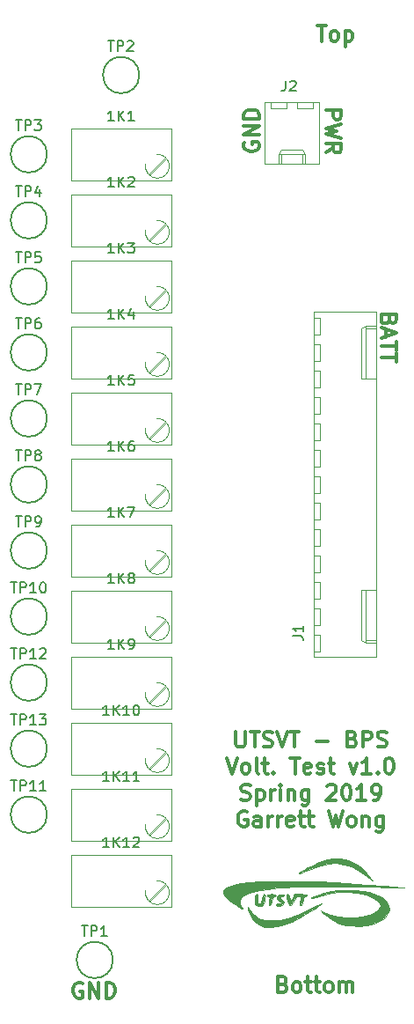
<source format=gbr>
%TF.GenerationSoftware,KiCad,Pcbnew,(5.0.0)*%
%TF.CreationDate,2019-02-02T21:25:33-06:00*%
%TF.ProjectId,BPSTester,4250535465737465722E6B696361645F,rev?*%
%TF.SameCoordinates,Original*%
%TF.FileFunction,Legend,Top*%
%TF.FilePolarity,Positive*%
%FSLAX46Y46*%
G04 Gerber Fmt 4.6, Leading zero omitted, Abs format (unit mm)*
G04 Created by KiCad (PCBNEW (5.0.0)) date 02/02/19 21:25:33*
%MOMM*%
%LPD*%
G01*
G04 APERTURE LIST*
%ADD10C,0.300000*%
%ADD11C,0.120000*%
%ADD12C,0.150000*%
%ADD13C,0.010000*%
G04 APERTURE END LIST*
D10*
X128785714Y-121353571D02*
X128785714Y-122567857D01*
X128857142Y-122710714D01*
X128928571Y-122782142D01*
X129071428Y-122853571D01*
X129357142Y-122853571D01*
X129500000Y-122782142D01*
X129571428Y-122710714D01*
X129642857Y-122567857D01*
X129642857Y-121353571D01*
X130142857Y-121353571D02*
X131000000Y-121353571D01*
X130571428Y-122853571D02*
X130571428Y-121353571D01*
X131428571Y-122782142D02*
X131642857Y-122853571D01*
X132000000Y-122853571D01*
X132142857Y-122782142D01*
X132214285Y-122710714D01*
X132285714Y-122567857D01*
X132285714Y-122425000D01*
X132214285Y-122282142D01*
X132142857Y-122210714D01*
X132000000Y-122139285D01*
X131714285Y-122067857D01*
X131571428Y-121996428D01*
X131500000Y-121925000D01*
X131428571Y-121782142D01*
X131428571Y-121639285D01*
X131500000Y-121496428D01*
X131571428Y-121425000D01*
X131714285Y-121353571D01*
X132071428Y-121353571D01*
X132285714Y-121425000D01*
X132714285Y-121353571D02*
X133214285Y-122853571D01*
X133714285Y-121353571D01*
X134000000Y-121353571D02*
X134857142Y-121353571D01*
X134428571Y-122853571D02*
X134428571Y-121353571D01*
X136500000Y-122282142D02*
X137642857Y-122282142D01*
X140000000Y-122067857D02*
X140214285Y-122139285D01*
X140285714Y-122210714D01*
X140357142Y-122353571D01*
X140357142Y-122567857D01*
X140285714Y-122710714D01*
X140214285Y-122782142D01*
X140071428Y-122853571D01*
X139500000Y-122853571D01*
X139500000Y-121353571D01*
X140000000Y-121353571D01*
X140142857Y-121425000D01*
X140214285Y-121496428D01*
X140285714Y-121639285D01*
X140285714Y-121782142D01*
X140214285Y-121925000D01*
X140142857Y-121996428D01*
X140000000Y-122067857D01*
X139500000Y-122067857D01*
X141000000Y-122853571D02*
X141000000Y-121353571D01*
X141571428Y-121353571D01*
X141714285Y-121425000D01*
X141785714Y-121496428D01*
X141857142Y-121639285D01*
X141857142Y-121853571D01*
X141785714Y-121996428D01*
X141714285Y-122067857D01*
X141571428Y-122139285D01*
X141000000Y-122139285D01*
X142428571Y-122782142D02*
X142642857Y-122853571D01*
X143000000Y-122853571D01*
X143142857Y-122782142D01*
X143214285Y-122710714D01*
X143285714Y-122567857D01*
X143285714Y-122425000D01*
X143214285Y-122282142D01*
X143142857Y-122210714D01*
X143000000Y-122139285D01*
X142714285Y-122067857D01*
X142571428Y-121996428D01*
X142500000Y-121925000D01*
X142428571Y-121782142D01*
X142428571Y-121639285D01*
X142500000Y-121496428D01*
X142571428Y-121425000D01*
X142714285Y-121353571D01*
X143071428Y-121353571D01*
X143285714Y-121425000D01*
X127892857Y-123903571D02*
X128392857Y-125403571D01*
X128892857Y-123903571D01*
X129607142Y-125403571D02*
X129464285Y-125332142D01*
X129392857Y-125260714D01*
X129321428Y-125117857D01*
X129321428Y-124689285D01*
X129392857Y-124546428D01*
X129464285Y-124475000D01*
X129607142Y-124403571D01*
X129821428Y-124403571D01*
X129964285Y-124475000D01*
X130035714Y-124546428D01*
X130107142Y-124689285D01*
X130107142Y-125117857D01*
X130035714Y-125260714D01*
X129964285Y-125332142D01*
X129821428Y-125403571D01*
X129607142Y-125403571D01*
X130964285Y-125403571D02*
X130821428Y-125332142D01*
X130750000Y-125189285D01*
X130750000Y-123903571D01*
X131321428Y-124403571D02*
X131892857Y-124403571D01*
X131535714Y-123903571D02*
X131535714Y-125189285D01*
X131607142Y-125332142D01*
X131750000Y-125403571D01*
X131892857Y-125403571D01*
X132392857Y-125260714D02*
X132464285Y-125332142D01*
X132392857Y-125403571D01*
X132321428Y-125332142D01*
X132392857Y-125260714D01*
X132392857Y-125403571D01*
X134035714Y-123903571D02*
X134892857Y-123903571D01*
X134464285Y-125403571D02*
X134464285Y-123903571D01*
X135964285Y-125332142D02*
X135821428Y-125403571D01*
X135535714Y-125403571D01*
X135392857Y-125332142D01*
X135321428Y-125189285D01*
X135321428Y-124617857D01*
X135392857Y-124475000D01*
X135535714Y-124403571D01*
X135821428Y-124403571D01*
X135964285Y-124475000D01*
X136035714Y-124617857D01*
X136035714Y-124760714D01*
X135321428Y-124903571D01*
X136607142Y-125332142D02*
X136750000Y-125403571D01*
X137035714Y-125403571D01*
X137178571Y-125332142D01*
X137250000Y-125189285D01*
X137250000Y-125117857D01*
X137178571Y-124975000D01*
X137035714Y-124903571D01*
X136821428Y-124903571D01*
X136678571Y-124832142D01*
X136607142Y-124689285D01*
X136607142Y-124617857D01*
X136678571Y-124475000D01*
X136821428Y-124403571D01*
X137035714Y-124403571D01*
X137178571Y-124475000D01*
X137678571Y-124403571D02*
X138250000Y-124403571D01*
X137892857Y-123903571D02*
X137892857Y-125189285D01*
X137964285Y-125332142D01*
X138107142Y-125403571D01*
X138250000Y-125403571D01*
X139750000Y-124403571D02*
X140107142Y-125403571D01*
X140464285Y-124403571D01*
X141821428Y-125403571D02*
X140964285Y-125403571D01*
X141392857Y-125403571D02*
X141392857Y-123903571D01*
X141250000Y-124117857D01*
X141107142Y-124260714D01*
X140964285Y-124332142D01*
X142464285Y-125260714D02*
X142535714Y-125332142D01*
X142464285Y-125403571D01*
X142392857Y-125332142D01*
X142464285Y-125260714D01*
X142464285Y-125403571D01*
X143464285Y-123903571D02*
X143607142Y-123903571D01*
X143750000Y-123975000D01*
X143821428Y-124046428D01*
X143892857Y-124189285D01*
X143964285Y-124475000D01*
X143964285Y-124832142D01*
X143892857Y-125117857D01*
X143821428Y-125260714D01*
X143750000Y-125332142D01*
X143607142Y-125403571D01*
X143464285Y-125403571D01*
X143321428Y-125332142D01*
X143250000Y-125260714D01*
X143178571Y-125117857D01*
X143107142Y-124832142D01*
X143107142Y-124475000D01*
X143178571Y-124189285D01*
X143250000Y-124046428D01*
X143321428Y-123975000D01*
X143464285Y-123903571D01*
X129285714Y-127882142D02*
X129500000Y-127953571D01*
X129857142Y-127953571D01*
X130000000Y-127882142D01*
X130071428Y-127810714D01*
X130142857Y-127667857D01*
X130142857Y-127525000D01*
X130071428Y-127382142D01*
X130000000Y-127310714D01*
X129857142Y-127239285D01*
X129571428Y-127167857D01*
X129428571Y-127096428D01*
X129357142Y-127025000D01*
X129285714Y-126882142D01*
X129285714Y-126739285D01*
X129357142Y-126596428D01*
X129428571Y-126525000D01*
X129571428Y-126453571D01*
X129928571Y-126453571D01*
X130142857Y-126525000D01*
X130785714Y-126953571D02*
X130785714Y-128453571D01*
X130785714Y-127025000D02*
X130928571Y-126953571D01*
X131214285Y-126953571D01*
X131357142Y-127025000D01*
X131428571Y-127096428D01*
X131500000Y-127239285D01*
X131500000Y-127667857D01*
X131428571Y-127810714D01*
X131357142Y-127882142D01*
X131214285Y-127953571D01*
X130928571Y-127953571D01*
X130785714Y-127882142D01*
X132142857Y-127953571D02*
X132142857Y-126953571D01*
X132142857Y-127239285D02*
X132214285Y-127096428D01*
X132285714Y-127025000D01*
X132428571Y-126953571D01*
X132571428Y-126953571D01*
X133071428Y-127953571D02*
X133071428Y-126953571D01*
X133071428Y-126453571D02*
X133000000Y-126525000D01*
X133071428Y-126596428D01*
X133142857Y-126525000D01*
X133071428Y-126453571D01*
X133071428Y-126596428D01*
X133785714Y-126953571D02*
X133785714Y-127953571D01*
X133785714Y-127096428D02*
X133857142Y-127025000D01*
X134000000Y-126953571D01*
X134214285Y-126953571D01*
X134357142Y-127025000D01*
X134428571Y-127167857D01*
X134428571Y-127953571D01*
X135785714Y-126953571D02*
X135785714Y-128167857D01*
X135714285Y-128310714D01*
X135642857Y-128382142D01*
X135500000Y-128453571D01*
X135285714Y-128453571D01*
X135142857Y-128382142D01*
X135785714Y-127882142D02*
X135642857Y-127953571D01*
X135357142Y-127953571D01*
X135214285Y-127882142D01*
X135142857Y-127810714D01*
X135071428Y-127667857D01*
X135071428Y-127239285D01*
X135142857Y-127096428D01*
X135214285Y-127025000D01*
X135357142Y-126953571D01*
X135642857Y-126953571D01*
X135785714Y-127025000D01*
X137571428Y-126596428D02*
X137642857Y-126525000D01*
X137785714Y-126453571D01*
X138142857Y-126453571D01*
X138285714Y-126525000D01*
X138357142Y-126596428D01*
X138428571Y-126739285D01*
X138428571Y-126882142D01*
X138357142Y-127096428D01*
X137500000Y-127953571D01*
X138428571Y-127953571D01*
X139357142Y-126453571D02*
X139500000Y-126453571D01*
X139642857Y-126525000D01*
X139714285Y-126596428D01*
X139785714Y-126739285D01*
X139857142Y-127025000D01*
X139857142Y-127382142D01*
X139785714Y-127667857D01*
X139714285Y-127810714D01*
X139642857Y-127882142D01*
X139500000Y-127953571D01*
X139357142Y-127953571D01*
X139214285Y-127882142D01*
X139142857Y-127810714D01*
X139071428Y-127667857D01*
X139000000Y-127382142D01*
X139000000Y-127025000D01*
X139071428Y-126739285D01*
X139142857Y-126596428D01*
X139214285Y-126525000D01*
X139357142Y-126453571D01*
X141285714Y-127953571D02*
X140428571Y-127953571D01*
X140857142Y-127953571D02*
X140857142Y-126453571D01*
X140714285Y-126667857D01*
X140571428Y-126810714D01*
X140428571Y-126882142D01*
X142000000Y-127953571D02*
X142285714Y-127953571D01*
X142428571Y-127882142D01*
X142500000Y-127810714D01*
X142642857Y-127596428D01*
X142714285Y-127310714D01*
X142714285Y-126739285D01*
X142642857Y-126596428D01*
X142571428Y-126525000D01*
X142428571Y-126453571D01*
X142142857Y-126453571D01*
X142000000Y-126525000D01*
X141928571Y-126596428D01*
X141857142Y-126739285D01*
X141857142Y-127096428D01*
X141928571Y-127239285D01*
X142000000Y-127310714D01*
X142142857Y-127382142D01*
X142428571Y-127382142D01*
X142571428Y-127310714D01*
X142642857Y-127239285D01*
X142714285Y-127096428D01*
X129821428Y-129075000D02*
X129678571Y-129003571D01*
X129464285Y-129003571D01*
X129250000Y-129075000D01*
X129107142Y-129217857D01*
X129035714Y-129360714D01*
X128964285Y-129646428D01*
X128964285Y-129860714D01*
X129035714Y-130146428D01*
X129107142Y-130289285D01*
X129250000Y-130432142D01*
X129464285Y-130503571D01*
X129607142Y-130503571D01*
X129821428Y-130432142D01*
X129892857Y-130360714D01*
X129892857Y-129860714D01*
X129607142Y-129860714D01*
X131178571Y-130503571D02*
X131178571Y-129717857D01*
X131107142Y-129575000D01*
X130964285Y-129503571D01*
X130678571Y-129503571D01*
X130535714Y-129575000D01*
X131178571Y-130432142D02*
X131035714Y-130503571D01*
X130678571Y-130503571D01*
X130535714Y-130432142D01*
X130464285Y-130289285D01*
X130464285Y-130146428D01*
X130535714Y-130003571D01*
X130678571Y-129932142D01*
X131035714Y-129932142D01*
X131178571Y-129860714D01*
X131892857Y-130503571D02*
X131892857Y-129503571D01*
X131892857Y-129789285D02*
X131964285Y-129646428D01*
X132035714Y-129575000D01*
X132178571Y-129503571D01*
X132321428Y-129503571D01*
X132821428Y-130503571D02*
X132821428Y-129503571D01*
X132821428Y-129789285D02*
X132892857Y-129646428D01*
X132964285Y-129575000D01*
X133107142Y-129503571D01*
X133250000Y-129503571D01*
X134321428Y-130432142D02*
X134178571Y-130503571D01*
X133892857Y-130503571D01*
X133750000Y-130432142D01*
X133678571Y-130289285D01*
X133678571Y-129717857D01*
X133750000Y-129575000D01*
X133892857Y-129503571D01*
X134178571Y-129503571D01*
X134321428Y-129575000D01*
X134392857Y-129717857D01*
X134392857Y-129860714D01*
X133678571Y-130003571D01*
X134821428Y-129503571D02*
X135392857Y-129503571D01*
X135035714Y-129003571D02*
X135035714Y-130289285D01*
X135107142Y-130432142D01*
X135250000Y-130503571D01*
X135392857Y-130503571D01*
X135678571Y-129503571D02*
X136250000Y-129503571D01*
X135892857Y-129003571D02*
X135892857Y-130289285D01*
X135964285Y-130432142D01*
X136107142Y-130503571D01*
X136250000Y-130503571D01*
X137750000Y-129003571D02*
X138107142Y-130503571D01*
X138392857Y-129432142D01*
X138678571Y-130503571D01*
X139035714Y-129003571D01*
X139821428Y-130503571D02*
X139678571Y-130432142D01*
X139607142Y-130360714D01*
X139535714Y-130217857D01*
X139535714Y-129789285D01*
X139607142Y-129646428D01*
X139678571Y-129575000D01*
X139821428Y-129503571D01*
X140035714Y-129503571D01*
X140178571Y-129575000D01*
X140250000Y-129646428D01*
X140321428Y-129789285D01*
X140321428Y-130217857D01*
X140250000Y-130360714D01*
X140178571Y-130432142D01*
X140035714Y-130503571D01*
X139821428Y-130503571D01*
X140964285Y-129503571D02*
X140964285Y-130503571D01*
X140964285Y-129646428D02*
X141035714Y-129575000D01*
X141178571Y-129503571D01*
X141392857Y-129503571D01*
X141535714Y-129575000D01*
X141607142Y-129717857D01*
X141607142Y-130503571D01*
X142964285Y-129503571D02*
X142964285Y-130717857D01*
X142892857Y-130860714D01*
X142821428Y-130932142D01*
X142678571Y-131003571D01*
X142464285Y-131003571D01*
X142321428Y-130932142D01*
X142964285Y-130432142D02*
X142821428Y-130503571D01*
X142535714Y-130503571D01*
X142392857Y-130432142D01*
X142321428Y-130360714D01*
X142250000Y-130217857D01*
X142250000Y-129789285D01*
X142321428Y-129646428D01*
X142392857Y-129575000D01*
X142535714Y-129503571D01*
X142821428Y-129503571D01*
X142964285Y-129575000D01*
X143544642Y-81770928D02*
X143473214Y-81985214D01*
X143401785Y-82056642D01*
X143258928Y-82128071D01*
X143044642Y-82128071D01*
X142901785Y-82056642D01*
X142830357Y-81985214D01*
X142758928Y-81842357D01*
X142758928Y-81270928D01*
X144258928Y-81270928D01*
X144258928Y-81770928D01*
X144187500Y-81913785D01*
X144116071Y-81985214D01*
X143973214Y-82056642D01*
X143830357Y-82056642D01*
X143687500Y-81985214D01*
X143616071Y-81913785D01*
X143544642Y-81770928D01*
X143544642Y-81270928D01*
X143187500Y-82699500D02*
X143187500Y-83413785D01*
X142758928Y-82556642D02*
X144258928Y-83056642D01*
X142758928Y-83556642D01*
X144258928Y-83842357D02*
X144258928Y-84699500D01*
X142758928Y-84270928D02*
X144258928Y-84270928D01*
X144258928Y-84985214D02*
X144258928Y-85842357D01*
X142758928Y-85413785D02*
X144258928Y-85413785D01*
X113973642Y-145564500D02*
X113830785Y-145493071D01*
X113616500Y-145493071D01*
X113402214Y-145564500D01*
X113259357Y-145707357D01*
X113187928Y-145850214D01*
X113116500Y-146135928D01*
X113116500Y-146350214D01*
X113187928Y-146635928D01*
X113259357Y-146778785D01*
X113402214Y-146921642D01*
X113616500Y-146993071D01*
X113759357Y-146993071D01*
X113973642Y-146921642D01*
X114045071Y-146850214D01*
X114045071Y-146350214D01*
X113759357Y-146350214D01*
X114687928Y-146993071D02*
X114687928Y-145493071D01*
X115545071Y-146993071D01*
X115545071Y-145493071D01*
X116259357Y-146993071D02*
X116259357Y-145493071D01*
X116616500Y-145493071D01*
X116830785Y-145564500D01*
X116973642Y-145707357D01*
X117045071Y-145850214D01*
X117116500Y-146135928D01*
X117116500Y-146350214D01*
X117045071Y-146635928D01*
X116973642Y-146778785D01*
X116830785Y-146921642D01*
X116616500Y-146993071D01*
X116259357Y-146993071D01*
X137424928Y-61637500D02*
X138924928Y-61637500D01*
X138924928Y-62208928D01*
X138853500Y-62351785D01*
X138782071Y-62423214D01*
X138639214Y-62494642D01*
X138424928Y-62494642D01*
X138282071Y-62423214D01*
X138210642Y-62351785D01*
X138139214Y-62208928D01*
X138139214Y-61637500D01*
X138924928Y-62994642D02*
X137424928Y-63351785D01*
X138496357Y-63637500D01*
X137424928Y-63923214D01*
X138924928Y-64280357D01*
X137424928Y-65708928D02*
X138139214Y-65208928D01*
X137424928Y-64851785D02*
X138924928Y-64851785D01*
X138924928Y-65423214D01*
X138853500Y-65566071D01*
X138782071Y-65637500D01*
X138639214Y-65708928D01*
X138424928Y-65708928D01*
X138282071Y-65637500D01*
X138210642Y-65566071D01*
X138139214Y-65423214D01*
X138139214Y-64851785D01*
X129606500Y-64716857D02*
X129535071Y-64859714D01*
X129535071Y-65074000D01*
X129606500Y-65288285D01*
X129749357Y-65431142D01*
X129892214Y-65502571D01*
X130177928Y-65574000D01*
X130392214Y-65574000D01*
X130677928Y-65502571D01*
X130820785Y-65431142D01*
X130963642Y-65288285D01*
X131035071Y-65074000D01*
X131035071Y-64931142D01*
X130963642Y-64716857D01*
X130892214Y-64645428D01*
X130392214Y-64645428D01*
X130392214Y-64931142D01*
X131035071Y-64002571D02*
X129535071Y-64002571D01*
X131035071Y-63145428D01*
X129535071Y-63145428D01*
X131035071Y-62431142D02*
X129535071Y-62431142D01*
X129535071Y-62074000D01*
X129606500Y-61859714D01*
X129749357Y-61716857D01*
X129892214Y-61645428D01*
X130177928Y-61574000D01*
X130392214Y-61574000D01*
X130677928Y-61645428D01*
X130820785Y-61716857D01*
X130963642Y-61859714D01*
X131035071Y-62074000D01*
X131035071Y-62431142D01*
X136584285Y-53488571D02*
X137441428Y-53488571D01*
X137012857Y-54988571D02*
X137012857Y-53488571D01*
X138155714Y-54988571D02*
X138012857Y-54917142D01*
X137941428Y-54845714D01*
X137870000Y-54702857D01*
X137870000Y-54274285D01*
X137941428Y-54131428D01*
X138012857Y-54060000D01*
X138155714Y-53988571D01*
X138370000Y-53988571D01*
X138512857Y-54060000D01*
X138584285Y-54131428D01*
X138655714Y-54274285D01*
X138655714Y-54702857D01*
X138584285Y-54845714D01*
X138512857Y-54917142D01*
X138370000Y-54988571D01*
X138155714Y-54988571D01*
X139298571Y-53988571D02*
X139298571Y-55488571D01*
X139298571Y-54060000D02*
X139441428Y-53988571D01*
X139727142Y-53988571D01*
X139870000Y-54060000D01*
X139941428Y-54131428D01*
X140012857Y-54274285D01*
X140012857Y-54702857D01*
X139941428Y-54845714D01*
X139870000Y-54917142D01*
X139727142Y-54988571D01*
X139441428Y-54988571D01*
X139298571Y-54917142D01*
X133322857Y-145662857D02*
X133537142Y-145734285D01*
X133608571Y-145805714D01*
X133680000Y-145948571D01*
X133680000Y-146162857D01*
X133608571Y-146305714D01*
X133537142Y-146377142D01*
X133394285Y-146448571D01*
X132822857Y-146448571D01*
X132822857Y-144948571D01*
X133322857Y-144948571D01*
X133465714Y-145020000D01*
X133537142Y-145091428D01*
X133608571Y-145234285D01*
X133608571Y-145377142D01*
X133537142Y-145520000D01*
X133465714Y-145591428D01*
X133322857Y-145662857D01*
X132822857Y-145662857D01*
X134537142Y-146448571D02*
X134394285Y-146377142D01*
X134322857Y-146305714D01*
X134251428Y-146162857D01*
X134251428Y-145734285D01*
X134322857Y-145591428D01*
X134394285Y-145520000D01*
X134537142Y-145448571D01*
X134751428Y-145448571D01*
X134894285Y-145520000D01*
X134965714Y-145591428D01*
X135037142Y-145734285D01*
X135037142Y-146162857D01*
X134965714Y-146305714D01*
X134894285Y-146377142D01*
X134751428Y-146448571D01*
X134537142Y-146448571D01*
X135465714Y-145448571D02*
X136037142Y-145448571D01*
X135680000Y-144948571D02*
X135680000Y-146234285D01*
X135751428Y-146377142D01*
X135894285Y-146448571D01*
X136037142Y-146448571D01*
X136322857Y-145448571D02*
X136894285Y-145448571D01*
X136537142Y-144948571D02*
X136537142Y-146234285D01*
X136608571Y-146377142D01*
X136751428Y-146448571D01*
X136894285Y-146448571D01*
X137608571Y-146448571D02*
X137465714Y-146377142D01*
X137394285Y-146305714D01*
X137322857Y-146162857D01*
X137322857Y-145734285D01*
X137394285Y-145591428D01*
X137465714Y-145520000D01*
X137608571Y-145448571D01*
X137822857Y-145448571D01*
X137965714Y-145520000D01*
X138037142Y-145591428D01*
X138108571Y-145734285D01*
X138108571Y-146162857D01*
X138037142Y-146305714D01*
X137965714Y-146377142D01*
X137822857Y-146448571D01*
X137608571Y-146448571D01*
X138751428Y-146448571D02*
X138751428Y-145448571D01*
X138751428Y-145591428D02*
X138822857Y-145520000D01*
X138965714Y-145448571D01*
X139180000Y-145448571D01*
X139322857Y-145520000D01*
X139394285Y-145662857D01*
X139394285Y-146448571D01*
X139394285Y-145662857D02*
X139465714Y-145520000D01*
X139608571Y-145448571D01*
X139822857Y-145448571D01*
X139965714Y-145520000D01*
X140037142Y-145662857D01*
X140037142Y-146448571D01*
D11*
X136236500Y-61428000D02*
X136236500Y-60808000D01*
X134636500Y-61428000D02*
X136236500Y-61428000D01*
X134636500Y-60808000D02*
X134636500Y-61428000D01*
X133696500Y-61428000D02*
X133696500Y-60808000D01*
X132096500Y-61428000D02*
X133696500Y-61428000D01*
X132096500Y-60808000D02*
X132096500Y-61428000D01*
X135186500Y-66808000D02*
X135186500Y-65808000D01*
X133146500Y-66808000D02*
X133146500Y-65808000D01*
X135186500Y-65378000D02*
X135436500Y-65808000D01*
X133146500Y-65378000D02*
X135186500Y-65378000D01*
X132896500Y-65808000D02*
X133146500Y-65378000D01*
X135436500Y-65808000D02*
X135436500Y-66808000D01*
X132896500Y-65808000D02*
X135436500Y-65808000D01*
X132896500Y-66808000D02*
X132896500Y-65808000D01*
X136806500Y-60808000D02*
X131526500Y-60808000D01*
X136806500Y-66808000D02*
X136806500Y-60808000D01*
X131526500Y-66808000D02*
X136806500Y-66808000D01*
X131526500Y-60808000D02*
X131526500Y-66808000D01*
X121174691Y-65855704D02*
G75*
G02X121215000Y-68165000I40309J-1154296D01*
G01*
X121235121Y-68164052D02*
G75*
G02X120086000Y-66770000I-20121J1154052D01*
G01*
X112895000Y-63390000D02*
X122545000Y-63390000D01*
X112895000Y-68341000D02*
X122545000Y-68341000D01*
X112895000Y-63390000D02*
X112895000Y-68341000D01*
X122545000Y-63390000D02*
X122545000Y-68341000D01*
X122091000Y-66276000D02*
X120480000Y-67886000D01*
X121951000Y-66135000D02*
X120339000Y-67745000D01*
X121951000Y-72485000D02*
X120339000Y-74095000D01*
X122091000Y-72626000D02*
X120480000Y-74236000D01*
X122545000Y-69740000D02*
X122545000Y-74691000D01*
X112895000Y-69740000D02*
X112895000Y-74691000D01*
X112895000Y-74691000D02*
X122545000Y-74691000D01*
X112895000Y-69740000D02*
X122545000Y-69740000D01*
X121235121Y-74514052D02*
G75*
G02X120086000Y-73120000I-20121J1154052D01*
G01*
X121174691Y-72205704D02*
G75*
G02X121215000Y-74515000I40309J-1154296D01*
G01*
X121174691Y-78555704D02*
G75*
G02X121215000Y-80865000I40309J-1154296D01*
G01*
X121235121Y-80864052D02*
G75*
G02X120086000Y-79470000I-20121J1154052D01*
G01*
X112895000Y-76090000D02*
X122545000Y-76090000D01*
X112895000Y-81041000D02*
X122545000Y-81041000D01*
X112895000Y-76090000D02*
X112895000Y-81041000D01*
X122545000Y-76090000D02*
X122545000Y-81041000D01*
X122091000Y-78976000D02*
X120480000Y-80586000D01*
X121951000Y-78835000D02*
X120339000Y-80445000D01*
X121951000Y-85185000D02*
X120339000Y-86795000D01*
X122091000Y-85326000D02*
X120480000Y-86936000D01*
X122545000Y-82440000D02*
X122545000Y-87391000D01*
X112895000Y-82440000D02*
X112895000Y-87391000D01*
X112895000Y-87391000D02*
X122545000Y-87391000D01*
X112895000Y-82440000D02*
X122545000Y-82440000D01*
X121235121Y-87214052D02*
G75*
G02X120086000Y-85820000I-20121J1154052D01*
G01*
X121174691Y-84905704D02*
G75*
G02X121215000Y-87215000I40309J-1154296D01*
G01*
X121174691Y-91255704D02*
G75*
G02X121215000Y-93565000I40309J-1154296D01*
G01*
X121235121Y-93564052D02*
G75*
G02X120086000Y-92170000I-20121J1154052D01*
G01*
X112895000Y-88790000D02*
X122545000Y-88790000D01*
X112895000Y-93741000D02*
X122545000Y-93741000D01*
X112895000Y-88790000D02*
X112895000Y-93741000D01*
X122545000Y-88790000D02*
X122545000Y-93741000D01*
X122091000Y-91676000D02*
X120480000Y-93286000D01*
X121951000Y-91535000D02*
X120339000Y-93145000D01*
X121951000Y-97885000D02*
X120339000Y-99495000D01*
X122091000Y-98026000D02*
X120480000Y-99636000D01*
X122545000Y-95140000D02*
X122545000Y-100091000D01*
X112895000Y-95140000D02*
X112895000Y-100091000D01*
X112895000Y-100091000D02*
X122545000Y-100091000D01*
X112895000Y-95140000D02*
X122545000Y-95140000D01*
X121235121Y-99914052D02*
G75*
G02X120086000Y-98520000I-20121J1154052D01*
G01*
X121174691Y-97605704D02*
G75*
G02X121215000Y-99915000I40309J-1154296D01*
G01*
X121174691Y-103955704D02*
G75*
G02X121215000Y-106265000I40309J-1154296D01*
G01*
X121235121Y-106264052D02*
G75*
G02X120086000Y-104870000I-20121J1154052D01*
G01*
X112895000Y-101490000D02*
X122545000Y-101490000D01*
X112895000Y-106441000D02*
X122545000Y-106441000D01*
X112895000Y-101490000D02*
X112895000Y-106441000D01*
X122545000Y-101490000D02*
X122545000Y-106441000D01*
X122091000Y-104376000D02*
X120480000Y-105986000D01*
X121951000Y-104235000D02*
X120339000Y-105845000D01*
X121951000Y-110585000D02*
X120339000Y-112195000D01*
X122091000Y-110726000D02*
X120480000Y-112336000D01*
X122545000Y-107840000D02*
X122545000Y-112791000D01*
X112895000Y-107840000D02*
X112895000Y-112791000D01*
X112895000Y-112791000D02*
X122545000Y-112791000D01*
X112895000Y-107840000D02*
X122545000Y-107840000D01*
X121235121Y-112614052D02*
G75*
G02X120086000Y-111220000I-20121J1154052D01*
G01*
X121174691Y-110305704D02*
G75*
G02X121215000Y-112615000I40309J-1154296D01*
G01*
X121174691Y-116655704D02*
G75*
G02X121215000Y-118965000I40309J-1154296D01*
G01*
X121235121Y-118964052D02*
G75*
G02X120086000Y-117570000I-20121J1154052D01*
G01*
X112895000Y-114190000D02*
X122545000Y-114190000D01*
X112895000Y-119141000D02*
X122545000Y-119141000D01*
X112895000Y-114190000D02*
X112895000Y-119141000D01*
X122545000Y-114190000D02*
X122545000Y-119141000D01*
X122091000Y-117076000D02*
X120480000Y-118686000D01*
X121951000Y-116935000D02*
X120339000Y-118545000D01*
X121951000Y-123285000D02*
X120339000Y-124895000D01*
X122091000Y-123426000D02*
X120480000Y-125036000D01*
X122545000Y-120540000D02*
X122545000Y-125491000D01*
X112895000Y-120540000D02*
X112895000Y-125491000D01*
X112895000Y-125491000D02*
X122545000Y-125491000D01*
X112895000Y-120540000D02*
X122545000Y-120540000D01*
X121235121Y-125314052D02*
G75*
G02X120086000Y-123920000I-20121J1154052D01*
G01*
X121174691Y-123005704D02*
G75*
G02X121215000Y-125315000I40309J-1154296D01*
G01*
X121174691Y-129355704D02*
G75*
G02X121215000Y-131665000I40309J-1154296D01*
G01*
X121235121Y-131664052D02*
G75*
G02X120086000Y-130270000I-20121J1154052D01*
G01*
X112895000Y-126890000D02*
X122545000Y-126890000D01*
X112895000Y-131841000D02*
X122545000Y-131841000D01*
X112895000Y-126890000D02*
X112895000Y-131841000D01*
X122545000Y-126890000D02*
X122545000Y-131841000D01*
X122091000Y-129776000D02*
X120480000Y-131386000D01*
X121951000Y-129635000D02*
X120339000Y-131245000D01*
X121951000Y-135985000D02*
X120339000Y-137595000D01*
X122091000Y-136126000D02*
X120480000Y-137736000D01*
X122545000Y-133240000D02*
X122545000Y-138191000D01*
X112895000Y-133240000D02*
X112895000Y-138191000D01*
X112895000Y-138191000D02*
X122545000Y-138191000D01*
X112895000Y-133240000D02*
X122545000Y-133240000D01*
X121235121Y-138014052D02*
G75*
G02X120086000Y-136620000I-20121J1154052D01*
G01*
X121174691Y-135705704D02*
G75*
G02X121215000Y-138015000I40309J-1154296D01*
G01*
X136910000Y-81570000D02*
X136290000Y-81570000D01*
X136910000Y-83170000D02*
X136910000Y-81570000D01*
X136290000Y-83170000D02*
X136910000Y-83170000D01*
X136910000Y-84110000D02*
X136290000Y-84110000D01*
X136910000Y-85710000D02*
X136910000Y-84110000D01*
X136290000Y-85710000D02*
X136910000Y-85710000D01*
X136910000Y-86650000D02*
X136290000Y-86650000D01*
X136910000Y-88250000D02*
X136910000Y-86650000D01*
X136290000Y-88250000D02*
X136910000Y-88250000D01*
X136910000Y-89190000D02*
X136290000Y-89190000D01*
X136910000Y-90790000D02*
X136910000Y-89190000D01*
X136290000Y-90790000D02*
X136910000Y-90790000D01*
X136910000Y-91730000D02*
X136290000Y-91730000D01*
X136910000Y-93330000D02*
X136910000Y-91730000D01*
X136290000Y-93330000D02*
X136910000Y-93330000D01*
X136910000Y-94270000D02*
X136290000Y-94270000D01*
X136910000Y-95870000D02*
X136910000Y-94270000D01*
X136290000Y-95870000D02*
X136910000Y-95870000D01*
X136910000Y-96810000D02*
X136290000Y-96810000D01*
X136910000Y-98410000D02*
X136910000Y-96810000D01*
X136290000Y-98410000D02*
X136910000Y-98410000D01*
X136910000Y-99350000D02*
X136290000Y-99350000D01*
X136910000Y-100950000D02*
X136910000Y-99350000D01*
X136290000Y-100950000D02*
X136910000Y-100950000D01*
X136910000Y-101890000D02*
X136290000Y-101890000D01*
X136910000Y-103490000D02*
X136910000Y-101890000D01*
X136290000Y-103490000D02*
X136910000Y-103490000D01*
X136910000Y-104430000D02*
X136290000Y-104430000D01*
X136910000Y-106030000D02*
X136910000Y-104430000D01*
X136290000Y-106030000D02*
X136910000Y-106030000D01*
X136910000Y-106970000D02*
X136290000Y-106970000D01*
X136910000Y-108570000D02*
X136910000Y-106970000D01*
X136290000Y-108570000D02*
X136910000Y-108570000D01*
X136910000Y-109510000D02*
X136290000Y-109510000D01*
X136910000Y-111110000D02*
X136910000Y-109510000D01*
X136290000Y-111110000D02*
X136910000Y-111110000D01*
X136910000Y-112050000D02*
X136290000Y-112050000D01*
X136910000Y-113650000D02*
X136910000Y-112050000D01*
X136290000Y-113650000D02*
X136910000Y-113650000D01*
X142290000Y-82620000D02*
X141290000Y-82620000D01*
X140860000Y-87450000D02*
X141290000Y-87450000D01*
X140860000Y-82620000D02*
X140860000Y-87450000D01*
X141290000Y-82370000D02*
X140860000Y-82620000D01*
X141290000Y-87450000D02*
X142290000Y-87450000D01*
X141290000Y-82370000D02*
X141290000Y-87450000D01*
X142290000Y-82370000D02*
X141290000Y-82370000D01*
X142290000Y-112600000D02*
X141290000Y-112600000D01*
X140860000Y-107770000D02*
X141290000Y-107770000D01*
X140860000Y-112600000D02*
X140860000Y-107770000D01*
X141290000Y-112850000D02*
X140860000Y-112600000D01*
X141290000Y-107770000D02*
X142290000Y-107770000D01*
X141290000Y-112850000D02*
X141290000Y-107770000D01*
X142290000Y-112850000D02*
X141290000Y-112850000D01*
X136290000Y-81000000D02*
X136290000Y-114220000D01*
X142290000Y-81000000D02*
X136290000Y-81000000D01*
X142290000Y-114220000D02*
X142290000Y-81000000D01*
X136290000Y-114220000D02*
X142290000Y-114220000D01*
D12*
X116930000Y-143330000D02*
G75*
G03X116930000Y-143330000I-1750000J0D01*
G01*
X119470000Y-58240000D02*
G75*
G03X119470000Y-58240000I-1750000J0D01*
G01*
X110580000Y-65860000D02*
G75*
G03X110580000Y-65860000I-1750000J0D01*
G01*
X110580000Y-72210000D02*
G75*
G03X110580000Y-72210000I-1750000J0D01*
G01*
X110580000Y-78560000D02*
G75*
G03X110580000Y-78560000I-1750000J0D01*
G01*
X110580000Y-84910000D02*
G75*
G03X110580000Y-84910000I-1750000J0D01*
G01*
X110580000Y-91260000D02*
G75*
G03X110580000Y-91260000I-1750000J0D01*
G01*
X110580000Y-97610000D02*
G75*
G03X110580000Y-97610000I-1750000J0D01*
G01*
X110580000Y-103960000D02*
G75*
G03X110580000Y-103960000I-1750000J0D01*
G01*
X110580000Y-110310000D02*
G75*
G03X110580000Y-110310000I-1750000J0D01*
G01*
X110580000Y-129360000D02*
G75*
G03X110580000Y-129360000I-1750000J0D01*
G01*
X110580000Y-116660000D02*
G75*
G03X110580000Y-116660000I-1750000J0D01*
G01*
X110580000Y-123010000D02*
G75*
G03X110580000Y-123010000I-1750000J0D01*
G01*
D13*
G36*
X139275022Y-133617039D02*
X139582668Y-133699318D01*
X140209242Y-133973482D01*
X140813510Y-134393275D01*
X141362345Y-134935341D01*
X141401770Y-134981975D01*
X141614432Y-135247321D01*
X141784812Y-135479225D01*
X141892543Y-135647853D01*
X141917260Y-135723370D01*
X141908479Y-135724302D01*
X141837298Y-135670987D01*
X141668916Y-135534039D01*
X141435169Y-135339479D01*
X141349559Y-135267442D01*
X140637133Y-134738873D01*
X139919895Y-134358433D01*
X139183426Y-134124838D01*
X138413309Y-134036807D01*
X137595127Y-134093057D01*
X136714463Y-134292308D01*
X135756897Y-134633276D01*
X135490314Y-134746400D01*
X135121517Y-134901373D01*
X134896415Y-134982557D01*
X134808855Y-134995023D01*
X134852683Y-134943842D01*
X135021746Y-134834085D01*
X135309890Y-134670824D01*
X135710962Y-134459130D01*
X136042334Y-134291458D01*
X136821464Y-133934603D01*
X137507658Y-133693189D01*
X138127555Y-133562760D01*
X138707797Y-133538863D01*
X139275022Y-133617039D01*
X139275022Y-133617039D01*
G37*
X139275022Y-133617039D02*
X139582668Y-133699318D01*
X140209242Y-133973482D01*
X140813510Y-134393275D01*
X141362345Y-134935341D01*
X141401770Y-134981975D01*
X141614432Y-135247321D01*
X141784812Y-135479225D01*
X141892543Y-135647853D01*
X141917260Y-135723370D01*
X141908479Y-135724302D01*
X141837298Y-135670987D01*
X141668916Y-135534039D01*
X141435169Y-135339479D01*
X141349559Y-135267442D01*
X140637133Y-134738873D01*
X139919895Y-134358433D01*
X139183426Y-134124838D01*
X138413309Y-134036807D01*
X137595127Y-134093057D01*
X136714463Y-134292308D01*
X135756897Y-134633276D01*
X135490314Y-134746400D01*
X135121517Y-134901373D01*
X134896415Y-134982557D01*
X134808855Y-134995023D01*
X134852683Y-134943842D01*
X135021746Y-134834085D01*
X135309890Y-134670824D01*
X135710962Y-134459130D01*
X136042334Y-134291458D01*
X136821464Y-133934603D01*
X137507658Y-133693189D01*
X138127555Y-133562760D01*
X138707797Y-133538863D01*
X139275022Y-133617039D01*
G36*
X135388000Y-137008171D02*
X135578544Y-137035224D01*
X135642975Y-137084973D01*
X135640591Y-137105834D01*
X135537889Y-137201847D01*
X135421868Y-137238722D01*
X135278364Y-137310816D01*
X135236844Y-137492722D01*
X135207513Y-137807587D01*
X135131073Y-138021292D01*
X135019432Y-138100663D01*
X135018575Y-138100667D01*
X134958213Y-138075620D01*
X134936959Y-137980418D01*
X134955037Y-137784973D01*
X135012673Y-137459193D01*
X135023775Y-137402167D01*
X134991544Y-137277742D01*
X134898463Y-137254000D01*
X134752358Y-137208815D01*
X134712284Y-137158517D01*
X134661169Y-137178527D01*
X134556145Y-137320276D01*
X134418902Y-137553984D01*
X134403930Y-137581851D01*
X134250318Y-137840806D01*
X134110268Y-138026760D01*
X134013380Y-138100593D01*
X134011376Y-138100667D01*
X133921830Y-138023915D01*
X133821428Y-137819296D01*
X133762341Y-137643136D01*
X133673659Y-137320851D01*
X133638360Y-137127502D01*
X133656067Y-137031449D01*
X133726406Y-137001054D01*
X133754720Y-137000000D01*
X133861642Y-137072943D01*
X133931125Y-137232834D01*
X133997921Y-137502998D01*
X134057097Y-137614036D01*
X134128480Y-137573914D01*
X134231897Y-137390599D01*
X134247167Y-137359834D01*
X134424694Y-137000000D01*
X135050069Y-137000000D01*
X135388000Y-137008171D01*
X135388000Y-137008171D01*
G37*
X135388000Y-137008171D02*
X135578544Y-137035224D01*
X135642975Y-137084973D01*
X135640591Y-137105834D01*
X135537889Y-137201847D01*
X135421868Y-137238722D01*
X135278364Y-137310816D01*
X135236844Y-137492722D01*
X135207513Y-137807587D01*
X135131073Y-138021292D01*
X135019432Y-138100663D01*
X135018575Y-138100667D01*
X134958213Y-138075620D01*
X134936959Y-137980418D01*
X134955037Y-137784973D01*
X135012673Y-137459193D01*
X135023775Y-137402167D01*
X134991544Y-137277742D01*
X134898463Y-137254000D01*
X134752358Y-137208815D01*
X134712284Y-137158517D01*
X134661169Y-137178527D01*
X134556145Y-137320276D01*
X134418902Y-137553984D01*
X134403930Y-137581851D01*
X134250318Y-137840806D01*
X134110268Y-138026760D01*
X134013380Y-138100593D01*
X134011376Y-138100667D01*
X133921830Y-138023915D01*
X133821428Y-137819296D01*
X133762341Y-137643136D01*
X133673659Y-137320851D01*
X133638360Y-137127502D01*
X133656067Y-137031449D01*
X133726406Y-137001054D01*
X133754720Y-137000000D01*
X133861642Y-137072943D01*
X133931125Y-137232834D01*
X133997921Y-137502998D01*
X134057097Y-137614036D01*
X134128480Y-137573914D01*
X134231897Y-137390599D01*
X134247167Y-137359834D01*
X134424694Y-137000000D01*
X135050069Y-137000000D01*
X135388000Y-137008171D01*
G36*
X132456219Y-137013596D02*
X132586244Y-137060668D01*
X132613334Y-137127000D01*
X132543050Y-137230509D01*
X132446916Y-137254000D01*
X132341195Y-137285175D01*
X132274996Y-137404676D01*
X132227834Y-137651465D01*
X132224342Y-137677334D01*
X132164866Y-137963175D01*
X132081182Y-138091210D01*
X132044148Y-138100667D01*
X131973253Y-138068698D01*
X131952093Y-137948218D01*
X131974936Y-137702366D01*
X131978334Y-137677334D01*
X132004950Y-137423201D01*
X131989181Y-137295507D01*
X131923926Y-137255076D01*
X131901612Y-137254000D01*
X131784343Y-137189644D01*
X131766667Y-137127000D01*
X131811986Y-137047135D01*
X131968894Y-137008127D01*
X132190000Y-137000000D01*
X132456219Y-137013596D01*
X132456219Y-137013596D01*
G37*
X132456219Y-137013596D02*
X132586244Y-137060668D01*
X132613334Y-137127000D01*
X132543050Y-137230509D01*
X132446916Y-137254000D01*
X132341195Y-137285175D01*
X132274996Y-137404676D01*
X132227834Y-137651465D01*
X132224342Y-137677334D01*
X132164866Y-137963175D01*
X132081182Y-138091210D01*
X132044148Y-138100667D01*
X131973253Y-138068698D01*
X131952093Y-137948218D01*
X131974936Y-137702366D01*
X131978334Y-137677334D01*
X132004950Y-137423201D01*
X131989181Y-137295507D01*
X131923926Y-137255076D01*
X131901612Y-137254000D01*
X131784343Y-137189644D01*
X131766667Y-137127000D01*
X131811986Y-137047135D01*
X131968894Y-137008127D01*
X132190000Y-137000000D01*
X132456219Y-137013596D01*
G36*
X133417135Y-137043696D02*
X133438412Y-137105834D01*
X133335971Y-137188619D01*
X133206000Y-137211667D01*
X133023919Y-137251982D01*
X132989271Y-137348427D01*
X133107901Y-137464247D01*
X133161474Y-137491596D01*
X133335609Y-137639319D01*
X133360343Y-137828490D01*
X133233769Y-138017372D01*
X133187161Y-138053533D01*
X132976083Y-138167544D01*
X132804919Y-138159270D01*
X132708320Y-138108836D01*
X132627683Y-138007447D01*
X132682926Y-137927410D01*
X132840992Y-137901665D01*
X132907646Y-137910225D01*
X133075718Y-137900631D01*
X133121882Y-137815169D01*
X133042230Y-137699420D01*
X132931328Y-137633910D01*
X132755049Y-137484940D01*
X132712433Y-137284311D01*
X132786042Y-137122933D01*
X132914838Y-137044772D01*
X133101927Y-137004491D01*
X133288847Y-137003621D01*
X133417135Y-137043696D01*
X133417135Y-137043696D01*
G37*
X133417135Y-137043696D02*
X133438412Y-137105834D01*
X133335971Y-137188619D01*
X133206000Y-137211667D01*
X133023919Y-137251982D01*
X132989271Y-137348427D01*
X133107901Y-137464247D01*
X133161474Y-137491596D01*
X133335609Y-137639319D01*
X133360343Y-137828490D01*
X133233769Y-138017372D01*
X133187161Y-138053533D01*
X132976083Y-138167544D01*
X132804919Y-138159270D01*
X132708320Y-138108836D01*
X132627683Y-138007447D01*
X132682926Y-137927410D01*
X132840992Y-137901665D01*
X132907646Y-137910225D01*
X133075718Y-137900631D01*
X133121882Y-137815169D01*
X133042230Y-137699420D01*
X132931328Y-137633910D01*
X132755049Y-137484940D01*
X132712433Y-137284311D01*
X132786042Y-137122933D01*
X132914838Y-137044772D01*
X133101927Y-137004491D01*
X133288847Y-137003621D01*
X133417135Y-137043696D01*
G36*
X131578617Y-137069315D02*
X131595314Y-137148167D01*
X131571556Y-137362794D01*
X131516406Y-137622471D01*
X131447108Y-137860123D01*
X131380907Y-138008676D01*
X131371082Y-138020361D01*
X131181009Y-138115001D01*
X130932331Y-138143677D01*
X130729500Y-138095932D01*
X130630859Y-137960585D01*
X130580401Y-137736812D01*
X130575347Y-137476811D01*
X130612919Y-137232782D01*
X130690335Y-137056923D01*
X130787858Y-137000000D01*
X130847526Y-137058109D01*
X130864710Y-137246093D01*
X130852373Y-137473009D01*
X130834174Y-137740789D01*
X130846265Y-137878448D01*
X130902683Y-137924415D01*
X131014740Y-137917509D01*
X131138993Y-137875283D01*
X131217221Y-137763762D01*
X131274798Y-137539613D01*
X131291741Y-137444500D01*
X131361395Y-137158155D01*
X131445765Y-137013690D01*
X131482241Y-137000000D01*
X131578617Y-137069315D01*
X131578617Y-137069315D01*
G37*
X131578617Y-137069315D02*
X131595314Y-137148167D01*
X131571556Y-137362794D01*
X131516406Y-137622471D01*
X131447108Y-137860123D01*
X131380907Y-138008676D01*
X131371082Y-138020361D01*
X131181009Y-138115001D01*
X130932331Y-138143677D01*
X130729500Y-138095932D01*
X130630859Y-137960585D01*
X130580401Y-137736812D01*
X130575347Y-137476811D01*
X130612919Y-137232782D01*
X130690335Y-137056923D01*
X130787858Y-137000000D01*
X130847526Y-137058109D01*
X130864710Y-137246093D01*
X130852373Y-137473009D01*
X130834174Y-137740789D01*
X130846265Y-137878448D01*
X130902683Y-137924415D01*
X131014740Y-137917509D01*
X131138993Y-137875283D01*
X131217221Y-137763762D01*
X131274798Y-137539613D01*
X131291741Y-137444500D01*
X131361395Y-137158155D01*
X131445765Y-137013690D01*
X131482241Y-137000000D01*
X131578617Y-137069315D01*
G36*
X135003943Y-135755662D02*
X136618301Y-135809837D01*
X138386221Y-135895813D01*
X140306529Y-136013673D01*
X140572000Y-136031663D01*
X141224946Y-136077680D01*
X141915556Y-136128602D01*
X142593333Y-136180553D01*
X143207778Y-136229655D01*
X143708393Y-136272030D01*
X143747000Y-136275458D01*
X145017000Y-136388801D01*
X143112000Y-136334567D01*
X142295080Y-136314732D01*
X141409053Y-136299324D01*
X140473882Y-136288234D01*
X139509527Y-136281357D01*
X138535950Y-136278585D01*
X137573113Y-136279811D01*
X136640978Y-136284927D01*
X135759507Y-136293828D01*
X134948660Y-136306404D01*
X134228401Y-136322551D01*
X133618690Y-136342159D01*
X133139489Y-136365123D01*
X132825000Y-136389767D01*
X131850440Y-136509425D01*
X131037746Y-136642204D01*
X130379780Y-136790644D01*
X129869406Y-136957283D01*
X129499487Y-137144661D01*
X129262886Y-137355318D01*
X129152467Y-137591793D01*
X129142000Y-137700189D01*
X129191925Y-137942824D01*
X129312500Y-138186887D01*
X129317099Y-138193430D01*
X129415263Y-138345554D01*
X129425725Y-138413634D01*
X129335276Y-138395003D01*
X129130705Y-138286997D01*
X128803334Y-138089745D01*
X128374626Y-137799938D01*
X128010792Y-137505182D01*
X127738285Y-137229932D01*
X127583559Y-136998643D01*
X127564892Y-136944878D01*
X127578979Y-136685570D01*
X127758382Y-136457240D01*
X128101926Y-136259968D01*
X128608435Y-136093839D01*
X129276734Y-135958934D01*
X130105647Y-135855336D01*
X131094000Y-135783127D01*
X132240618Y-135742390D01*
X133544323Y-135733208D01*
X135003943Y-135755662D01*
X135003943Y-135755662D01*
G37*
X135003943Y-135755662D02*
X136618301Y-135809837D01*
X138386221Y-135895813D01*
X140306529Y-136013673D01*
X140572000Y-136031663D01*
X141224946Y-136077680D01*
X141915556Y-136128602D01*
X142593333Y-136180553D01*
X143207778Y-136229655D01*
X143708393Y-136272030D01*
X143747000Y-136275458D01*
X145017000Y-136388801D01*
X143112000Y-136334567D01*
X142295080Y-136314732D01*
X141409053Y-136299324D01*
X140473882Y-136288234D01*
X139509527Y-136281357D01*
X138535950Y-136278585D01*
X137573113Y-136279811D01*
X136640978Y-136284927D01*
X135759507Y-136293828D01*
X134948660Y-136306404D01*
X134228401Y-136322551D01*
X133618690Y-136342159D01*
X133139489Y-136365123D01*
X132825000Y-136389767D01*
X131850440Y-136509425D01*
X131037746Y-136642204D01*
X130379780Y-136790644D01*
X129869406Y-136957283D01*
X129499487Y-137144661D01*
X129262886Y-137355318D01*
X129152467Y-137591793D01*
X129142000Y-137700189D01*
X129191925Y-137942824D01*
X129312500Y-138186887D01*
X129317099Y-138193430D01*
X129415263Y-138345554D01*
X129425725Y-138413634D01*
X129335276Y-138395003D01*
X129130705Y-138286997D01*
X128803334Y-138089745D01*
X128374626Y-137799938D01*
X128010792Y-137505182D01*
X127738285Y-137229932D01*
X127583559Y-136998643D01*
X127564892Y-136944878D01*
X127578979Y-136685570D01*
X127758382Y-136457240D01*
X128101926Y-136259968D01*
X128608435Y-136093839D01*
X129276734Y-135958934D01*
X130105647Y-135855336D01*
X131094000Y-135783127D01*
X132240618Y-135742390D01*
X133544323Y-135733208D01*
X135003943Y-135755662D01*
G36*
X140226616Y-136594884D02*
X140993095Y-136676699D01*
X141664321Y-136821139D01*
X141799667Y-136862989D01*
X142436279Y-137119973D01*
X142931666Y-137417975D01*
X143281375Y-137748364D01*
X143480952Y-138102511D01*
X143525944Y-138471786D01*
X143411897Y-138847560D01*
X143134357Y-139221203D01*
X143056059Y-139297501D01*
X142596706Y-139619800D01*
X142014328Y-139861745D01*
X141338434Y-140016518D01*
X140598531Y-140077305D01*
X139843722Y-140039577D01*
X139451259Y-139975619D01*
X139045114Y-139880150D01*
X138773042Y-139794726D01*
X138404244Y-139630908D01*
X138002742Y-139411585D01*
X137619164Y-139168294D01*
X137304138Y-138932570D01*
X137143000Y-138779358D01*
X136973667Y-138585501D01*
X137227667Y-138714686D01*
X137882755Y-138977412D01*
X138626130Y-139157303D01*
X139415448Y-139252579D01*
X140208366Y-139261459D01*
X140962542Y-139182163D01*
X141635632Y-139012909D01*
X141892139Y-138910870D01*
X142318518Y-138668059D01*
X142580214Y-138408225D01*
X142680009Y-138139425D01*
X142620686Y-137869717D01*
X142405027Y-137607160D01*
X142035815Y-137359810D01*
X141515831Y-137135726D01*
X141249334Y-137049350D01*
X140433203Y-136875229D01*
X139530398Y-136802743D01*
X138588694Y-136830587D01*
X137655866Y-136957453D01*
X136814889Y-137170601D01*
X136482610Y-137273953D01*
X136217131Y-137349913D01*
X136054974Y-137388382D01*
X136022758Y-137389647D01*
X136065005Y-137335450D01*
X136238575Y-137248737D01*
X136511235Y-137140844D01*
X136850752Y-137023111D01*
X137224894Y-136906876D01*
X137601428Y-136803478D01*
X137866657Y-136741034D01*
X138612297Y-136625467D01*
X139415983Y-136577279D01*
X140226616Y-136594884D01*
X140226616Y-136594884D01*
G37*
X140226616Y-136594884D02*
X140993095Y-136676699D01*
X141664321Y-136821139D01*
X141799667Y-136862989D01*
X142436279Y-137119973D01*
X142931666Y-137417975D01*
X143281375Y-137748364D01*
X143480952Y-138102511D01*
X143525944Y-138471786D01*
X143411897Y-138847560D01*
X143134357Y-139221203D01*
X143056059Y-139297501D01*
X142596706Y-139619800D01*
X142014328Y-139861745D01*
X141338434Y-140016518D01*
X140598531Y-140077305D01*
X139843722Y-140039577D01*
X139451259Y-139975619D01*
X139045114Y-139880150D01*
X138773042Y-139794726D01*
X138404244Y-139630908D01*
X138002742Y-139411585D01*
X137619164Y-139168294D01*
X137304138Y-138932570D01*
X137143000Y-138779358D01*
X136973667Y-138585501D01*
X137227667Y-138714686D01*
X137882755Y-138977412D01*
X138626130Y-139157303D01*
X139415448Y-139252579D01*
X140208366Y-139261459D01*
X140962542Y-139182163D01*
X141635632Y-139012909D01*
X141892139Y-138910870D01*
X142318518Y-138668059D01*
X142580214Y-138408225D01*
X142680009Y-138139425D01*
X142620686Y-137869717D01*
X142405027Y-137607160D01*
X142035815Y-137359810D01*
X141515831Y-137135726D01*
X141249334Y-137049350D01*
X140433203Y-136875229D01*
X139530398Y-136802743D01*
X138588694Y-136830587D01*
X137655866Y-136957453D01*
X136814889Y-137170601D01*
X136482610Y-137273953D01*
X136217131Y-137349913D01*
X136054974Y-137388382D01*
X136022758Y-137389647D01*
X136065005Y-137335450D01*
X136238575Y-137248737D01*
X136511235Y-137140844D01*
X136850752Y-137023111D01*
X137224894Y-136906876D01*
X137601428Y-136803478D01*
X137866657Y-136741034D01*
X138612297Y-136625467D01*
X139415983Y-136577279D01*
X140226616Y-136594884D01*
G36*
X136948417Y-137959313D02*
X136764990Y-138093627D01*
X136494708Y-138278048D01*
X136166558Y-138493760D01*
X135809526Y-138721948D01*
X135452599Y-138943795D01*
X135124765Y-139140486D01*
X134887621Y-139275489D01*
X134140408Y-139642640D01*
X133410966Y-139921038D01*
X132722950Y-140105144D01*
X132100012Y-140189424D01*
X131565807Y-140168339D01*
X131320343Y-140110469D01*
X130836869Y-139864277D01*
X130435459Y-139472205D01*
X130149551Y-139000429D01*
X130034503Y-138733420D01*
X129951827Y-138497845D01*
X129905925Y-138318973D01*
X129901199Y-138222074D01*
X129942050Y-138232418D01*
X130032879Y-138375274D01*
X130044449Y-138397000D01*
X130377640Y-138860842D01*
X130826388Y-139234930D01*
X130962334Y-139314921D01*
X131135425Y-139396448D01*
X131320015Y-139449418D01*
X131557005Y-139479376D01*
X131887296Y-139491869D01*
X132274667Y-139492887D01*
X132736913Y-139485070D01*
X133092277Y-139460514D01*
X133403059Y-139409661D01*
X133731558Y-139322955D01*
X134052667Y-139220125D01*
X134445692Y-139074784D01*
X134927735Y-138874941D01*
X135438793Y-138646511D01*
X135918863Y-138415408D01*
X135936500Y-138406512D01*
X136320340Y-138214671D01*
X136644034Y-138057028D01*
X136880927Y-137946240D01*
X137004364Y-137894964D01*
X137016000Y-137893923D01*
X136948417Y-137959313D01*
X136948417Y-137959313D01*
G37*
X136948417Y-137959313D02*
X136764990Y-138093627D01*
X136494708Y-138278048D01*
X136166558Y-138493760D01*
X135809526Y-138721948D01*
X135452599Y-138943795D01*
X135124765Y-139140486D01*
X134887621Y-139275489D01*
X134140408Y-139642640D01*
X133410966Y-139921038D01*
X132722950Y-140105144D01*
X132100012Y-140189424D01*
X131565807Y-140168339D01*
X131320343Y-140110469D01*
X130836869Y-139864277D01*
X130435459Y-139472205D01*
X130149551Y-139000429D01*
X130034503Y-138733420D01*
X129951827Y-138497845D01*
X129905925Y-138318973D01*
X129901199Y-138222074D01*
X129942050Y-138232418D01*
X130032879Y-138375274D01*
X130044449Y-138397000D01*
X130377640Y-138860842D01*
X130826388Y-139234930D01*
X130962334Y-139314921D01*
X131135425Y-139396448D01*
X131320015Y-139449418D01*
X131557005Y-139479376D01*
X131887296Y-139491869D01*
X132274667Y-139492887D01*
X132736913Y-139485070D01*
X133092277Y-139460514D01*
X133403059Y-139409661D01*
X133731558Y-139322955D01*
X134052667Y-139220125D01*
X134445692Y-139074784D01*
X134927735Y-138874941D01*
X135438793Y-138646511D01*
X135918863Y-138415408D01*
X135936500Y-138406512D01*
X136320340Y-138214671D01*
X136644034Y-138057028D01*
X136880927Y-137946240D01*
X137004364Y-137894964D01*
X137016000Y-137893923D01*
X136948417Y-137959313D01*
D12*
X133563166Y-58780380D02*
X133563166Y-59494666D01*
X133515547Y-59637523D01*
X133420309Y-59732761D01*
X133277452Y-59780380D01*
X133182214Y-59780380D01*
X133991738Y-58875619D02*
X134039357Y-58828000D01*
X134134595Y-58780380D01*
X134372690Y-58780380D01*
X134467928Y-58828000D01*
X134515547Y-58875619D01*
X134563166Y-58970857D01*
X134563166Y-59066095D01*
X134515547Y-59208952D01*
X133944119Y-59780380D01*
X134563166Y-59780380D01*
X117029523Y-62652380D02*
X116458095Y-62652380D01*
X116743809Y-62652380D02*
X116743809Y-61652380D01*
X116648571Y-61795238D01*
X116553333Y-61890476D01*
X116458095Y-61938095D01*
X117458095Y-62652380D02*
X117458095Y-61652380D01*
X118029523Y-62652380D02*
X117600952Y-62080952D01*
X118029523Y-61652380D02*
X117458095Y-62223809D01*
X118981904Y-62652380D02*
X118410476Y-62652380D01*
X118696190Y-62652380D02*
X118696190Y-61652380D01*
X118600952Y-61795238D01*
X118505714Y-61890476D01*
X118410476Y-61938095D01*
X117029523Y-69002380D02*
X116458095Y-69002380D01*
X116743809Y-69002380D02*
X116743809Y-68002380D01*
X116648571Y-68145238D01*
X116553333Y-68240476D01*
X116458095Y-68288095D01*
X117458095Y-69002380D02*
X117458095Y-68002380D01*
X118029523Y-69002380D02*
X117600952Y-68430952D01*
X118029523Y-68002380D02*
X117458095Y-68573809D01*
X118410476Y-68097619D02*
X118458095Y-68050000D01*
X118553333Y-68002380D01*
X118791428Y-68002380D01*
X118886666Y-68050000D01*
X118934285Y-68097619D01*
X118981904Y-68192857D01*
X118981904Y-68288095D01*
X118934285Y-68430952D01*
X118362857Y-69002380D01*
X118981904Y-69002380D01*
X117029523Y-75352380D02*
X116458095Y-75352380D01*
X116743809Y-75352380D02*
X116743809Y-74352380D01*
X116648571Y-74495238D01*
X116553333Y-74590476D01*
X116458095Y-74638095D01*
X117458095Y-75352380D02*
X117458095Y-74352380D01*
X118029523Y-75352380D02*
X117600952Y-74780952D01*
X118029523Y-74352380D02*
X117458095Y-74923809D01*
X118362857Y-74352380D02*
X118981904Y-74352380D01*
X118648571Y-74733333D01*
X118791428Y-74733333D01*
X118886666Y-74780952D01*
X118934285Y-74828571D01*
X118981904Y-74923809D01*
X118981904Y-75161904D01*
X118934285Y-75257142D01*
X118886666Y-75304761D01*
X118791428Y-75352380D01*
X118505714Y-75352380D01*
X118410476Y-75304761D01*
X118362857Y-75257142D01*
X117029523Y-81702380D02*
X116458095Y-81702380D01*
X116743809Y-81702380D02*
X116743809Y-80702380D01*
X116648571Y-80845238D01*
X116553333Y-80940476D01*
X116458095Y-80988095D01*
X117458095Y-81702380D02*
X117458095Y-80702380D01*
X118029523Y-81702380D02*
X117600952Y-81130952D01*
X118029523Y-80702380D02*
X117458095Y-81273809D01*
X118886666Y-81035714D02*
X118886666Y-81702380D01*
X118648571Y-80654761D02*
X118410476Y-81369047D01*
X119029523Y-81369047D01*
X117029523Y-88052380D02*
X116458095Y-88052380D01*
X116743809Y-88052380D02*
X116743809Y-87052380D01*
X116648571Y-87195238D01*
X116553333Y-87290476D01*
X116458095Y-87338095D01*
X117458095Y-88052380D02*
X117458095Y-87052380D01*
X118029523Y-88052380D02*
X117600952Y-87480952D01*
X118029523Y-87052380D02*
X117458095Y-87623809D01*
X118934285Y-87052380D02*
X118458095Y-87052380D01*
X118410476Y-87528571D01*
X118458095Y-87480952D01*
X118553333Y-87433333D01*
X118791428Y-87433333D01*
X118886666Y-87480952D01*
X118934285Y-87528571D01*
X118981904Y-87623809D01*
X118981904Y-87861904D01*
X118934285Y-87957142D01*
X118886666Y-88004761D01*
X118791428Y-88052380D01*
X118553333Y-88052380D01*
X118458095Y-88004761D01*
X118410476Y-87957142D01*
X117029523Y-94402380D02*
X116458095Y-94402380D01*
X116743809Y-94402380D02*
X116743809Y-93402380D01*
X116648571Y-93545238D01*
X116553333Y-93640476D01*
X116458095Y-93688095D01*
X117458095Y-94402380D02*
X117458095Y-93402380D01*
X118029523Y-94402380D02*
X117600952Y-93830952D01*
X118029523Y-93402380D02*
X117458095Y-93973809D01*
X118886666Y-93402380D02*
X118696190Y-93402380D01*
X118600952Y-93450000D01*
X118553333Y-93497619D01*
X118458095Y-93640476D01*
X118410476Y-93830952D01*
X118410476Y-94211904D01*
X118458095Y-94307142D01*
X118505714Y-94354761D01*
X118600952Y-94402380D01*
X118791428Y-94402380D01*
X118886666Y-94354761D01*
X118934285Y-94307142D01*
X118981904Y-94211904D01*
X118981904Y-93973809D01*
X118934285Y-93878571D01*
X118886666Y-93830952D01*
X118791428Y-93783333D01*
X118600952Y-93783333D01*
X118505714Y-93830952D01*
X118458095Y-93878571D01*
X118410476Y-93973809D01*
X117029523Y-100752380D02*
X116458095Y-100752380D01*
X116743809Y-100752380D02*
X116743809Y-99752380D01*
X116648571Y-99895238D01*
X116553333Y-99990476D01*
X116458095Y-100038095D01*
X117458095Y-100752380D02*
X117458095Y-99752380D01*
X118029523Y-100752380D02*
X117600952Y-100180952D01*
X118029523Y-99752380D02*
X117458095Y-100323809D01*
X118362857Y-99752380D02*
X119029523Y-99752380D01*
X118600952Y-100752380D01*
X117029523Y-107102380D02*
X116458095Y-107102380D01*
X116743809Y-107102380D02*
X116743809Y-106102380D01*
X116648571Y-106245238D01*
X116553333Y-106340476D01*
X116458095Y-106388095D01*
X117458095Y-107102380D02*
X117458095Y-106102380D01*
X118029523Y-107102380D02*
X117600952Y-106530952D01*
X118029523Y-106102380D02*
X117458095Y-106673809D01*
X118600952Y-106530952D02*
X118505714Y-106483333D01*
X118458095Y-106435714D01*
X118410476Y-106340476D01*
X118410476Y-106292857D01*
X118458095Y-106197619D01*
X118505714Y-106150000D01*
X118600952Y-106102380D01*
X118791428Y-106102380D01*
X118886666Y-106150000D01*
X118934285Y-106197619D01*
X118981904Y-106292857D01*
X118981904Y-106340476D01*
X118934285Y-106435714D01*
X118886666Y-106483333D01*
X118791428Y-106530952D01*
X118600952Y-106530952D01*
X118505714Y-106578571D01*
X118458095Y-106626190D01*
X118410476Y-106721428D01*
X118410476Y-106911904D01*
X118458095Y-107007142D01*
X118505714Y-107054761D01*
X118600952Y-107102380D01*
X118791428Y-107102380D01*
X118886666Y-107054761D01*
X118934285Y-107007142D01*
X118981904Y-106911904D01*
X118981904Y-106721428D01*
X118934285Y-106626190D01*
X118886666Y-106578571D01*
X118791428Y-106530952D01*
X117029523Y-113452380D02*
X116458095Y-113452380D01*
X116743809Y-113452380D02*
X116743809Y-112452380D01*
X116648571Y-112595238D01*
X116553333Y-112690476D01*
X116458095Y-112738095D01*
X117458095Y-113452380D02*
X117458095Y-112452380D01*
X118029523Y-113452380D02*
X117600952Y-112880952D01*
X118029523Y-112452380D02*
X117458095Y-113023809D01*
X118505714Y-113452380D02*
X118696190Y-113452380D01*
X118791428Y-113404761D01*
X118839047Y-113357142D01*
X118934285Y-113214285D01*
X118981904Y-113023809D01*
X118981904Y-112642857D01*
X118934285Y-112547619D01*
X118886666Y-112500000D01*
X118791428Y-112452380D01*
X118600952Y-112452380D01*
X118505714Y-112500000D01*
X118458095Y-112547619D01*
X118410476Y-112642857D01*
X118410476Y-112880952D01*
X118458095Y-112976190D01*
X118505714Y-113023809D01*
X118600952Y-113071428D01*
X118791428Y-113071428D01*
X118886666Y-113023809D01*
X118934285Y-112976190D01*
X118981904Y-112880952D01*
X116553333Y-119802380D02*
X115981904Y-119802380D01*
X116267619Y-119802380D02*
X116267619Y-118802380D01*
X116172380Y-118945238D01*
X116077142Y-119040476D01*
X115981904Y-119088095D01*
X116981904Y-119802380D02*
X116981904Y-118802380D01*
X117553333Y-119802380D02*
X117124761Y-119230952D01*
X117553333Y-118802380D02*
X116981904Y-119373809D01*
X118505714Y-119802380D02*
X117934285Y-119802380D01*
X118220000Y-119802380D02*
X118220000Y-118802380D01*
X118124761Y-118945238D01*
X118029523Y-119040476D01*
X117934285Y-119088095D01*
X119124761Y-118802380D02*
X119220000Y-118802380D01*
X119315238Y-118850000D01*
X119362857Y-118897619D01*
X119410476Y-118992857D01*
X119458095Y-119183333D01*
X119458095Y-119421428D01*
X119410476Y-119611904D01*
X119362857Y-119707142D01*
X119315238Y-119754761D01*
X119220000Y-119802380D01*
X119124761Y-119802380D01*
X119029523Y-119754761D01*
X118981904Y-119707142D01*
X118934285Y-119611904D01*
X118886666Y-119421428D01*
X118886666Y-119183333D01*
X118934285Y-118992857D01*
X118981904Y-118897619D01*
X119029523Y-118850000D01*
X119124761Y-118802380D01*
X116553333Y-126152380D02*
X115981904Y-126152380D01*
X116267619Y-126152380D02*
X116267619Y-125152380D01*
X116172380Y-125295238D01*
X116077142Y-125390476D01*
X115981904Y-125438095D01*
X116981904Y-126152380D02*
X116981904Y-125152380D01*
X117553333Y-126152380D02*
X117124761Y-125580952D01*
X117553333Y-125152380D02*
X116981904Y-125723809D01*
X118505714Y-126152380D02*
X117934285Y-126152380D01*
X118220000Y-126152380D02*
X118220000Y-125152380D01*
X118124761Y-125295238D01*
X118029523Y-125390476D01*
X117934285Y-125438095D01*
X119458095Y-126152380D02*
X118886666Y-126152380D01*
X119172380Y-126152380D02*
X119172380Y-125152380D01*
X119077142Y-125295238D01*
X118981904Y-125390476D01*
X118886666Y-125438095D01*
X116553333Y-132502380D02*
X115981904Y-132502380D01*
X116267619Y-132502380D02*
X116267619Y-131502380D01*
X116172380Y-131645238D01*
X116077142Y-131740476D01*
X115981904Y-131788095D01*
X116981904Y-132502380D02*
X116981904Y-131502380D01*
X117553333Y-132502380D02*
X117124761Y-131930952D01*
X117553333Y-131502380D02*
X116981904Y-132073809D01*
X118505714Y-132502380D02*
X117934285Y-132502380D01*
X118220000Y-132502380D02*
X118220000Y-131502380D01*
X118124761Y-131645238D01*
X118029523Y-131740476D01*
X117934285Y-131788095D01*
X118886666Y-131597619D02*
X118934285Y-131550000D01*
X119029523Y-131502380D01*
X119267619Y-131502380D01*
X119362857Y-131550000D01*
X119410476Y-131597619D01*
X119458095Y-131692857D01*
X119458095Y-131788095D01*
X119410476Y-131930952D01*
X118839047Y-132502380D01*
X119458095Y-132502380D01*
X134262380Y-112183333D02*
X134976666Y-112183333D01*
X135119523Y-112230952D01*
X135214761Y-112326190D01*
X135262380Y-112469047D01*
X135262380Y-112564285D01*
X135262380Y-111183333D02*
X135262380Y-111754761D01*
X135262380Y-111469047D02*
X134262380Y-111469047D01*
X134405238Y-111564285D01*
X134500476Y-111659523D01*
X134548095Y-111754761D01*
X113918095Y-140032380D02*
X114489523Y-140032380D01*
X114203809Y-141032380D02*
X114203809Y-140032380D01*
X114822857Y-141032380D02*
X114822857Y-140032380D01*
X115203809Y-140032380D01*
X115299047Y-140080000D01*
X115346666Y-140127619D01*
X115394285Y-140222857D01*
X115394285Y-140365714D01*
X115346666Y-140460952D01*
X115299047Y-140508571D01*
X115203809Y-140556190D01*
X114822857Y-140556190D01*
X116346666Y-141032380D02*
X115775238Y-141032380D01*
X116060952Y-141032380D02*
X116060952Y-140032380D01*
X115965714Y-140175238D01*
X115870476Y-140270476D01*
X115775238Y-140318095D01*
X116458095Y-54942380D02*
X117029523Y-54942380D01*
X116743809Y-55942380D02*
X116743809Y-54942380D01*
X117362857Y-55942380D02*
X117362857Y-54942380D01*
X117743809Y-54942380D01*
X117839047Y-54990000D01*
X117886666Y-55037619D01*
X117934285Y-55132857D01*
X117934285Y-55275714D01*
X117886666Y-55370952D01*
X117839047Y-55418571D01*
X117743809Y-55466190D01*
X117362857Y-55466190D01*
X118315238Y-55037619D02*
X118362857Y-54990000D01*
X118458095Y-54942380D01*
X118696190Y-54942380D01*
X118791428Y-54990000D01*
X118839047Y-55037619D01*
X118886666Y-55132857D01*
X118886666Y-55228095D01*
X118839047Y-55370952D01*
X118267619Y-55942380D01*
X118886666Y-55942380D01*
X107568095Y-62562380D02*
X108139523Y-62562380D01*
X107853809Y-63562380D02*
X107853809Y-62562380D01*
X108472857Y-63562380D02*
X108472857Y-62562380D01*
X108853809Y-62562380D01*
X108949047Y-62610000D01*
X108996666Y-62657619D01*
X109044285Y-62752857D01*
X109044285Y-62895714D01*
X108996666Y-62990952D01*
X108949047Y-63038571D01*
X108853809Y-63086190D01*
X108472857Y-63086190D01*
X109377619Y-62562380D02*
X109996666Y-62562380D01*
X109663333Y-62943333D01*
X109806190Y-62943333D01*
X109901428Y-62990952D01*
X109949047Y-63038571D01*
X109996666Y-63133809D01*
X109996666Y-63371904D01*
X109949047Y-63467142D01*
X109901428Y-63514761D01*
X109806190Y-63562380D01*
X109520476Y-63562380D01*
X109425238Y-63514761D01*
X109377619Y-63467142D01*
X107568095Y-68912380D02*
X108139523Y-68912380D01*
X107853809Y-69912380D02*
X107853809Y-68912380D01*
X108472857Y-69912380D02*
X108472857Y-68912380D01*
X108853809Y-68912380D01*
X108949047Y-68960000D01*
X108996666Y-69007619D01*
X109044285Y-69102857D01*
X109044285Y-69245714D01*
X108996666Y-69340952D01*
X108949047Y-69388571D01*
X108853809Y-69436190D01*
X108472857Y-69436190D01*
X109901428Y-69245714D02*
X109901428Y-69912380D01*
X109663333Y-68864761D02*
X109425238Y-69579047D01*
X110044285Y-69579047D01*
X107568095Y-75262380D02*
X108139523Y-75262380D01*
X107853809Y-76262380D02*
X107853809Y-75262380D01*
X108472857Y-76262380D02*
X108472857Y-75262380D01*
X108853809Y-75262380D01*
X108949047Y-75310000D01*
X108996666Y-75357619D01*
X109044285Y-75452857D01*
X109044285Y-75595714D01*
X108996666Y-75690952D01*
X108949047Y-75738571D01*
X108853809Y-75786190D01*
X108472857Y-75786190D01*
X109949047Y-75262380D02*
X109472857Y-75262380D01*
X109425238Y-75738571D01*
X109472857Y-75690952D01*
X109568095Y-75643333D01*
X109806190Y-75643333D01*
X109901428Y-75690952D01*
X109949047Y-75738571D01*
X109996666Y-75833809D01*
X109996666Y-76071904D01*
X109949047Y-76167142D01*
X109901428Y-76214761D01*
X109806190Y-76262380D01*
X109568095Y-76262380D01*
X109472857Y-76214761D01*
X109425238Y-76167142D01*
X107568095Y-81612380D02*
X108139523Y-81612380D01*
X107853809Y-82612380D02*
X107853809Y-81612380D01*
X108472857Y-82612380D02*
X108472857Y-81612380D01*
X108853809Y-81612380D01*
X108949047Y-81660000D01*
X108996666Y-81707619D01*
X109044285Y-81802857D01*
X109044285Y-81945714D01*
X108996666Y-82040952D01*
X108949047Y-82088571D01*
X108853809Y-82136190D01*
X108472857Y-82136190D01*
X109901428Y-81612380D02*
X109710952Y-81612380D01*
X109615714Y-81660000D01*
X109568095Y-81707619D01*
X109472857Y-81850476D01*
X109425238Y-82040952D01*
X109425238Y-82421904D01*
X109472857Y-82517142D01*
X109520476Y-82564761D01*
X109615714Y-82612380D01*
X109806190Y-82612380D01*
X109901428Y-82564761D01*
X109949047Y-82517142D01*
X109996666Y-82421904D01*
X109996666Y-82183809D01*
X109949047Y-82088571D01*
X109901428Y-82040952D01*
X109806190Y-81993333D01*
X109615714Y-81993333D01*
X109520476Y-82040952D01*
X109472857Y-82088571D01*
X109425238Y-82183809D01*
X107568095Y-87962380D02*
X108139523Y-87962380D01*
X107853809Y-88962380D02*
X107853809Y-87962380D01*
X108472857Y-88962380D02*
X108472857Y-87962380D01*
X108853809Y-87962380D01*
X108949047Y-88010000D01*
X108996666Y-88057619D01*
X109044285Y-88152857D01*
X109044285Y-88295714D01*
X108996666Y-88390952D01*
X108949047Y-88438571D01*
X108853809Y-88486190D01*
X108472857Y-88486190D01*
X109377619Y-87962380D02*
X110044285Y-87962380D01*
X109615714Y-88962380D01*
X107568095Y-94312380D02*
X108139523Y-94312380D01*
X107853809Y-95312380D02*
X107853809Y-94312380D01*
X108472857Y-95312380D02*
X108472857Y-94312380D01*
X108853809Y-94312380D01*
X108949047Y-94360000D01*
X108996666Y-94407619D01*
X109044285Y-94502857D01*
X109044285Y-94645714D01*
X108996666Y-94740952D01*
X108949047Y-94788571D01*
X108853809Y-94836190D01*
X108472857Y-94836190D01*
X109615714Y-94740952D02*
X109520476Y-94693333D01*
X109472857Y-94645714D01*
X109425238Y-94550476D01*
X109425238Y-94502857D01*
X109472857Y-94407619D01*
X109520476Y-94360000D01*
X109615714Y-94312380D01*
X109806190Y-94312380D01*
X109901428Y-94360000D01*
X109949047Y-94407619D01*
X109996666Y-94502857D01*
X109996666Y-94550476D01*
X109949047Y-94645714D01*
X109901428Y-94693333D01*
X109806190Y-94740952D01*
X109615714Y-94740952D01*
X109520476Y-94788571D01*
X109472857Y-94836190D01*
X109425238Y-94931428D01*
X109425238Y-95121904D01*
X109472857Y-95217142D01*
X109520476Y-95264761D01*
X109615714Y-95312380D01*
X109806190Y-95312380D01*
X109901428Y-95264761D01*
X109949047Y-95217142D01*
X109996666Y-95121904D01*
X109996666Y-94931428D01*
X109949047Y-94836190D01*
X109901428Y-94788571D01*
X109806190Y-94740952D01*
X107568095Y-100662380D02*
X108139523Y-100662380D01*
X107853809Y-101662380D02*
X107853809Y-100662380D01*
X108472857Y-101662380D02*
X108472857Y-100662380D01*
X108853809Y-100662380D01*
X108949047Y-100710000D01*
X108996666Y-100757619D01*
X109044285Y-100852857D01*
X109044285Y-100995714D01*
X108996666Y-101090952D01*
X108949047Y-101138571D01*
X108853809Y-101186190D01*
X108472857Y-101186190D01*
X109520476Y-101662380D02*
X109710952Y-101662380D01*
X109806190Y-101614761D01*
X109853809Y-101567142D01*
X109949047Y-101424285D01*
X109996666Y-101233809D01*
X109996666Y-100852857D01*
X109949047Y-100757619D01*
X109901428Y-100710000D01*
X109806190Y-100662380D01*
X109615714Y-100662380D01*
X109520476Y-100710000D01*
X109472857Y-100757619D01*
X109425238Y-100852857D01*
X109425238Y-101090952D01*
X109472857Y-101186190D01*
X109520476Y-101233809D01*
X109615714Y-101281428D01*
X109806190Y-101281428D01*
X109901428Y-101233809D01*
X109949047Y-101186190D01*
X109996666Y-101090952D01*
X107091904Y-107012380D02*
X107663333Y-107012380D01*
X107377619Y-108012380D02*
X107377619Y-107012380D01*
X107996666Y-108012380D02*
X107996666Y-107012380D01*
X108377619Y-107012380D01*
X108472857Y-107060000D01*
X108520476Y-107107619D01*
X108568095Y-107202857D01*
X108568095Y-107345714D01*
X108520476Y-107440952D01*
X108472857Y-107488571D01*
X108377619Y-107536190D01*
X107996666Y-107536190D01*
X109520476Y-108012380D02*
X108949047Y-108012380D01*
X109234761Y-108012380D02*
X109234761Y-107012380D01*
X109139523Y-107155238D01*
X109044285Y-107250476D01*
X108949047Y-107298095D01*
X110139523Y-107012380D02*
X110234761Y-107012380D01*
X110330000Y-107060000D01*
X110377619Y-107107619D01*
X110425238Y-107202857D01*
X110472857Y-107393333D01*
X110472857Y-107631428D01*
X110425238Y-107821904D01*
X110377619Y-107917142D01*
X110330000Y-107964761D01*
X110234761Y-108012380D01*
X110139523Y-108012380D01*
X110044285Y-107964761D01*
X109996666Y-107917142D01*
X109949047Y-107821904D01*
X109901428Y-107631428D01*
X109901428Y-107393333D01*
X109949047Y-107202857D01*
X109996666Y-107107619D01*
X110044285Y-107060000D01*
X110139523Y-107012380D01*
X107091904Y-126062380D02*
X107663333Y-126062380D01*
X107377619Y-127062380D02*
X107377619Y-126062380D01*
X107996666Y-127062380D02*
X107996666Y-126062380D01*
X108377619Y-126062380D01*
X108472857Y-126110000D01*
X108520476Y-126157619D01*
X108568095Y-126252857D01*
X108568095Y-126395714D01*
X108520476Y-126490952D01*
X108472857Y-126538571D01*
X108377619Y-126586190D01*
X107996666Y-126586190D01*
X109520476Y-127062380D02*
X108949047Y-127062380D01*
X109234761Y-127062380D02*
X109234761Y-126062380D01*
X109139523Y-126205238D01*
X109044285Y-126300476D01*
X108949047Y-126348095D01*
X110472857Y-127062380D02*
X109901428Y-127062380D01*
X110187142Y-127062380D02*
X110187142Y-126062380D01*
X110091904Y-126205238D01*
X109996666Y-126300476D01*
X109901428Y-126348095D01*
X107091904Y-113362380D02*
X107663333Y-113362380D01*
X107377619Y-114362380D02*
X107377619Y-113362380D01*
X107996666Y-114362380D02*
X107996666Y-113362380D01*
X108377619Y-113362380D01*
X108472857Y-113410000D01*
X108520476Y-113457619D01*
X108568095Y-113552857D01*
X108568095Y-113695714D01*
X108520476Y-113790952D01*
X108472857Y-113838571D01*
X108377619Y-113886190D01*
X107996666Y-113886190D01*
X109520476Y-114362380D02*
X108949047Y-114362380D01*
X109234761Y-114362380D02*
X109234761Y-113362380D01*
X109139523Y-113505238D01*
X109044285Y-113600476D01*
X108949047Y-113648095D01*
X109901428Y-113457619D02*
X109949047Y-113410000D01*
X110044285Y-113362380D01*
X110282380Y-113362380D01*
X110377619Y-113410000D01*
X110425238Y-113457619D01*
X110472857Y-113552857D01*
X110472857Y-113648095D01*
X110425238Y-113790952D01*
X109853809Y-114362380D01*
X110472857Y-114362380D01*
X107091904Y-119712380D02*
X107663333Y-119712380D01*
X107377619Y-120712380D02*
X107377619Y-119712380D01*
X107996666Y-120712380D02*
X107996666Y-119712380D01*
X108377619Y-119712380D01*
X108472857Y-119760000D01*
X108520476Y-119807619D01*
X108568095Y-119902857D01*
X108568095Y-120045714D01*
X108520476Y-120140952D01*
X108472857Y-120188571D01*
X108377619Y-120236190D01*
X107996666Y-120236190D01*
X109520476Y-120712380D02*
X108949047Y-120712380D01*
X109234761Y-120712380D02*
X109234761Y-119712380D01*
X109139523Y-119855238D01*
X109044285Y-119950476D01*
X108949047Y-119998095D01*
X109853809Y-119712380D02*
X110472857Y-119712380D01*
X110139523Y-120093333D01*
X110282380Y-120093333D01*
X110377619Y-120140952D01*
X110425238Y-120188571D01*
X110472857Y-120283809D01*
X110472857Y-120521904D01*
X110425238Y-120617142D01*
X110377619Y-120664761D01*
X110282380Y-120712380D01*
X109996666Y-120712380D01*
X109901428Y-120664761D01*
X109853809Y-120617142D01*
M02*

</source>
